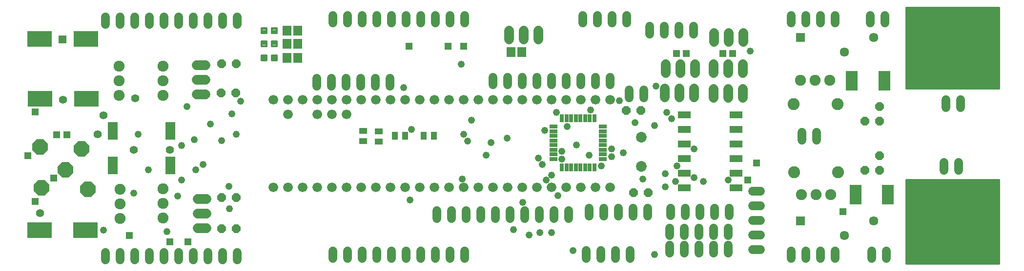
<source format=gts>
G75*
%MOIN*%
%OFA0B0*%
%FSLAX25Y25*%
%IPPOS*%
%LPD*%
%AMOC8*
5,1,8,0,0,1.08239X$1,22.5*
%
%ADD10C,0.01600*%
%ADD11OC8,0.06000*%
%ADD12C,0.06800*%
%ADD13OC8,0.10800*%
%ADD14R,0.08700X0.05100*%
%ADD15C,0.06600*%
%ADD16C,0.07550*%
%ADD17R,0.05800X0.03000*%
%ADD18R,0.03000X0.05800*%
%ADD19C,0.07300*%
%ADD20C,0.06000*%
%ADD21R,0.16548X0.10643*%
%ADD22R,0.06981X0.11902*%
%ADD23R,0.03950X0.05524*%
%ADD24R,0.05524X0.03950*%
%ADD25R,0.06343X0.06343*%
%ADD26C,0.06343*%
%ADD27R,0.07887X0.13398*%
%ADD28C,0.08200*%
%ADD29R,0.05918X0.06706*%
%ADD30C,0.01421*%
%ADD31R,0.02769X0.13792*%
%ADD32R,0.02375X0.02769*%
%ADD33R,0.05918X0.13792*%
%ADD34R,0.04737X0.05131*%
%ADD35R,0.05131X0.04737*%
%ADD36C,0.04762*%
%ADD37R,0.04762X0.04762*%
%ADD38C,0.05550*%
%ADD39R,0.05550X0.05550*%
%ADD40R,0.03900X0.03900*%
%ADD41C,0.03900*%
D10*
X0719526Y0125902D02*
X0782518Y0125902D01*
X0782518Y0182988D01*
X0719526Y0182988D01*
X0719526Y0125902D01*
X0719526Y0127130D02*
X0782518Y0127130D01*
X0782518Y0128729D02*
X0719526Y0128729D01*
X0719526Y0130327D02*
X0782518Y0130327D01*
X0782518Y0131926D02*
X0719526Y0131926D01*
X0719526Y0133524D02*
X0782518Y0133524D01*
X0782518Y0135123D02*
X0719526Y0135123D01*
X0719526Y0136721D02*
X0782518Y0136721D01*
X0782518Y0138320D02*
X0719526Y0138320D01*
X0719526Y0139918D02*
X0782518Y0139918D01*
X0782518Y0141517D02*
X0719526Y0141517D01*
X0719526Y0143115D02*
X0782518Y0143115D01*
X0782518Y0144714D02*
X0719526Y0144714D01*
X0719526Y0146312D02*
X0782518Y0146312D01*
X0782518Y0147911D02*
X0719526Y0147911D01*
X0719526Y0149509D02*
X0782518Y0149509D01*
X0782518Y0151108D02*
X0719526Y0151108D01*
X0719526Y0152706D02*
X0782518Y0152706D01*
X0782518Y0154305D02*
X0719526Y0154305D01*
X0719526Y0155903D02*
X0782518Y0155903D01*
X0782518Y0157502D02*
X0719526Y0157502D01*
X0719526Y0159100D02*
X0782518Y0159100D01*
X0782518Y0160699D02*
X0719526Y0160699D01*
X0719526Y0162297D02*
X0782518Y0162297D01*
X0782518Y0163896D02*
X0719526Y0163896D01*
X0719526Y0165494D02*
X0782518Y0165494D01*
X0782518Y0167093D02*
X0719526Y0167093D01*
X0719526Y0168691D02*
X0782518Y0168691D01*
X0782518Y0170290D02*
X0719526Y0170290D01*
X0719526Y0171888D02*
X0782518Y0171888D01*
X0782518Y0173487D02*
X0719526Y0173487D01*
X0719526Y0175085D02*
X0782518Y0175085D01*
X0782518Y0176684D02*
X0719526Y0176684D01*
X0719526Y0178282D02*
X0782518Y0178282D01*
X0782518Y0179881D02*
X0719526Y0179881D01*
X0719526Y0181479D02*
X0782518Y0181479D01*
X0782518Y0245980D02*
X0719526Y0245980D01*
X0719526Y0301098D01*
X0782518Y0301098D01*
X0782518Y0245980D01*
X0782518Y0247018D02*
X0719526Y0247018D01*
X0719526Y0248617D02*
X0782518Y0248617D01*
X0782518Y0250215D02*
X0719526Y0250215D01*
X0719526Y0251814D02*
X0782518Y0251814D01*
X0782518Y0253412D02*
X0719526Y0253412D01*
X0719526Y0255011D02*
X0782518Y0255011D01*
X0782518Y0256610D02*
X0719526Y0256610D01*
X0719526Y0258208D02*
X0782518Y0258208D01*
X0782518Y0259807D02*
X0719526Y0259807D01*
X0719526Y0261405D02*
X0782518Y0261405D01*
X0782518Y0263004D02*
X0719526Y0263004D01*
X0719526Y0264602D02*
X0782518Y0264602D01*
X0782518Y0266201D02*
X0719526Y0266201D01*
X0719526Y0267799D02*
X0782518Y0267799D01*
X0782518Y0269398D02*
X0719526Y0269398D01*
X0719526Y0270996D02*
X0782518Y0270996D01*
X0782518Y0272595D02*
X0719526Y0272595D01*
X0719526Y0274193D02*
X0782518Y0274193D01*
X0782518Y0275792D02*
X0719526Y0275792D01*
X0719526Y0277390D02*
X0782518Y0277390D01*
X0782518Y0278989D02*
X0719526Y0278989D01*
X0719526Y0280587D02*
X0782518Y0280587D01*
X0782518Y0282186D02*
X0719526Y0282186D01*
X0719526Y0283784D02*
X0782518Y0283784D01*
X0782518Y0285383D02*
X0719526Y0285383D01*
X0719526Y0286981D02*
X0782518Y0286981D01*
X0782518Y0288580D02*
X0719526Y0288580D01*
X0719526Y0290178D02*
X0782518Y0290178D01*
X0782518Y0291777D02*
X0719526Y0291777D01*
X0719526Y0293375D02*
X0782518Y0293375D01*
X0782518Y0294974D02*
X0719526Y0294974D01*
X0719526Y0296572D02*
X0782518Y0296572D01*
X0782518Y0298171D02*
X0719526Y0298171D01*
X0719526Y0299769D02*
X0782518Y0299769D01*
D11*
X0701396Y0233264D03*
X0701396Y0223264D03*
X0691396Y0223264D03*
X0701396Y0199799D03*
X0701396Y0189799D03*
X0691396Y0189799D03*
X0543148Y0174209D03*
X0533148Y0174209D03*
X0538089Y0230665D03*
X0528089Y0230665D03*
X0261573Y0242634D03*
X0251573Y0242634D03*
X0251967Y0262594D03*
X0261967Y0262594D03*
X0261967Y0171020D03*
X0251967Y0171020D03*
X0251967Y0149681D03*
X0261967Y0149681D03*
D12*
X0241581Y0149988D02*
X0235581Y0149988D01*
X0235581Y0159988D02*
X0241581Y0159988D01*
X0241581Y0169988D02*
X0235581Y0169988D01*
X0234793Y0241650D02*
X0240793Y0241650D01*
X0240793Y0251650D02*
X0234793Y0251650D01*
X0234793Y0261650D02*
X0240793Y0261650D01*
X0448112Y0279382D02*
X0448112Y0285382D01*
X0458112Y0285382D02*
X0458112Y0279382D01*
X0468112Y0279382D02*
X0468112Y0285382D01*
X0555297Y0262374D02*
X0555297Y0256374D01*
X0565297Y0256374D02*
X0565297Y0262374D01*
X0575297Y0262374D02*
X0575297Y0256374D01*
X0587974Y0256453D02*
X0587974Y0262453D01*
X0597974Y0262453D02*
X0597974Y0256453D01*
X0607974Y0256453D02*
X0607974Y0262453D01*
X0608100Y0277835D02*
X0608100Y0283835D01*
X0598100Y0283835D02*
X0598100Y0277835D01*
X0588100Y0277835D02*
X0588100Y0283835D01*
X0587974Y0245366D02*
X0587974Y0239366D01*
X0574510Y0239681D02*
X0574510Y0245681D01*
X0564510Y0245681D02*
X0564510Y0239681D01*
X0554510Y0239681D02*
X0554510Y0245681D01*
X0597974Y0245366D02*
X0597974Y0239366D01*
X0607974Y0239366D02*
X0607974Y0245366D01*
D13*
X0160510Y0176807D03*
X0145116Y0189878D03*
X0129014Y0177516D03*
X0128069Y0205665D03*
X0156415Y0204484D03*
D14*
X0567889Y0207634D03*
X0567889Y0217634D03*
X0567889Y0227634D03*
X0603289Y0227634D03*
X0603289Y0217634D03*
X0603289Y0207634D03*
X0603289Y0197634D03*
X0603289Y0187634D03*
X0603289Y0177634D03*
X0567889Y0177634D03*
X0567889Y0187634D03*
X0567889Y0197634D03*
D15*
X0517100Y0177862D03*
X0507100Y0177862D03*
X0497100Y0177862D03*
X0487100Y0177862D03*
X0477100Y0177862D03*
X0467100Y0177862D03*
X0457100Y0177862D03*
X0447100Y0177862D03*
X0437100Y0177862D03*
X0427100Y0177862D03*
X0417100Y0177862D03*
X0407100Y0177862D03*
X0397100Y0177862D03*
X0387100Y0177862D03*
X0377100Y0177862D03*
X0367100Y0177862D03*
X0357100Y0177862D03*
X0347100Y0177862D03*
X0337100Y0177862D03*
X0327100Y0177862D03*
X0317100Y0177862D03*
X0307100Y0177862D03*
X0297100Y0177862D03*
X0287100Y0177862D03*
X0297100Y0227862D03*
X0297100Y0237862D03*
X0287100Y0237862D03*
X0307100Y0237862D03*
X0317100Y0237862D03*
X0327100Y0237862D03*
X0337100Y0237862D03*
X0347100Y0237862D03*
X0357100Y0237862D03*
X0367100Y0237862D03*
X0377100Y0237862D03*
X0387100Y0237862D03*
X0397100Y0237862D03*
X0407100Y0237862D03*
X0417100Y0237862D03*
X0427100Y0237862D03*
X0437100Y0237862D03*
X0447100Y0237862D03*
X0457100Y0237862D03*
X0467100Y0237862D03*
X0477100Y0237862D03*
X0487100Y0237862D03*
X0497100Y0237862D03*
X0507100Y0237862D03*
X0517100Y0237862D03*
X0337100Y0227862D03*
X0327100Y0227862D03*
X0317100Y0227862D03*
D16*
X0211793Y0240941D03*
X0211793Y0250941D03*
X0211793Y0260941D03*
X0181998Y0260862D03*
X0181998Y0250862D03*
X0181998Y0240862D03*
X0182675Y0176650D03*
X0182675Y0166650D03*
X0182675Y0156650D03*
X0212085Y0157043D03*
X0212085Y0167043D03*
X0212085Y0177043D03*
X0647852Y0173146D03*
X0657852Y0173146D03*
X0667852Y0173146D03*
X0667360Y0251394D03*
X0657360Y0251394D03*
X0647360Y0251394D03*
D17*
X0512323Y0219531D03*
X0512323Y0216382D03*
X0512323Y0213232D03*
X0512323Y0210083D03*
X0512323Y0206933D03*
X0512323Y0203783D03*
X0512323Y0200634D03*
X0512323Y0197484D03*
X0478523Y0197484D03*
X0478523Y0200634D03*
X0478523Y0203783D03*
X0478523Y0206933D03*
X0478523Y0210083D03*
X0478523Y0213232D03*
X0478523Y0216382D03*
X0478523Y0219531D03*
D18*
X0484400Y0225408D03*
X0487549Y0225408D03*
X0490699Y0225408D03*
X0493848Y0225408D03*
X0496998Y0225408D03*
X0500148Y0225408D03*
X0503297Y0225408D03*
X0506447Y0225408D03*
X0506447Y0191608D03*
X0503297Y0191608D03*
X0500148Y0191608D03*
X0496998Y0191608D03*
X0493848Y0191608D03*
X0490699Y0191608D03*
X0487549Y0191608D03*
X0484400Y0191608D03*
D19*
X0538435Y0192185D03*
X0538435Y0212185D03*
D20*
X0172557Y0133423D02*
X0172557Y0128223D01*
X0182557Y0128223D02*
X0182557Y0133423D01*
X0192557Y0133423D02*
X0192557Y0128223D01*
X0202557Y0128223D02*
X0202557Y0133423D01*
X0212557Y0133423D02*
X0212557Y0128223D01*
X0222557Y0128223D02*
X0222557Y0133423D01*
X0232557Y0133423D02*
X0232557Y0128223D01*
X0242557Y0128223D02*
X0242557Y0133423D01*
X0252557Y0133423D02*
X0252557Y0128223D01*
X0262557Y0128223D02*
X0262557Y0133423D01*
X0328069Y0134407D02*
X0328069Y0129207D01*
X0338069Y0129207D02*
X0338069Y0134407D01*
X0348069Y0134407D02*
X0348069Y0129207D01*
X0358069Y0129207D02*
X0358069Y0134407D01*
X0368069Y0134407D02*
X0368069Y0129207D01*
X0378069Y0129207D02*
X0378069Y0134407D01*
X0388069Y0134407D02*
X0388069Y0129207D01*
X0398069Y0129207D02*
X0398069Y0134407D01*
X0408069Y0134407D02*
X0408069Y0129207D01*
X0418069Y0129207D02*
X0418069Y0134407D01*
X0418935Y0156766D02*
X0418935Y0161966D01*
X0408935Y0161966D02*
X0408935Y0156766D01*
X0398935Y0156766D02*
X0398935Y0161966D01*
X0428935Y0161966D02*
X0428935Y0156766D01*
X0438935Y0156766D02*
X0438935Y0161966D01*
X0448935Y0161966D02*
X0448935Y0156766D01*
X0458935Y0156766D02*
X0458935Y0161966D01*
X0468935Y0161966D02*
X0468935Y0156766D01*
X0478935Y0156766D02*
X0478935Y0161966D01*
X0488935Y0161966D02*
X0488935Y0156766D01*
X0502872Y0158490D02*
X0502872Y0163690D01*
X0512872Y0163690D02*
X0512872Y0158490D01*
X0522872Y0158490D02*
X0522872Y0163690D01*
X0532872Y0163690D02*
X0532872Y0158490D01*
X0542872Y0158490D02*
X0542872Y0163690D01*
X0558667Y0163738D02*
X0558667Y0158538D01*
X0568667Y0158538D02*
X0568667Y0163738D01*
X0578667Y0163738D02*
X0578667Y0158538D01*
X0588667Y0158538D02*
X0588667Y0163738D01*
X0598667Y0163738D02*
X0598667Y0158538D01*
X0614563Y0155429D02*
X0619763Y0155429D01*
X0597793Y0150155D02*
X0597793Y0144955D01*
X0597793Y0138344D02*
X0597793Y0133144D01*
X0587793Y0133144D02*
X0587793Y0138344D01*
X0577793Y0138344D02*
X0577793Y0133144D01*
X0567793Y0133144D02*
X0567793Y0138344D01*
X0557793Y0138344D02*
X0557793Y0133144D01*
X0557793Y0144955D02*
X0557793Y0150155D01*
X0567793Y0150155D02*
X0567793Y0144955D01*
X0577793Y0144955D02*
X0577793Y0150155D01*
X0587793Y0150155D02*
X0587793Y0144955D01*
X0614563Y0145429D02*
X0619763Y0145429D01*
X0619763Y0135429D02*
X0614563Y0135429D01*
X0640963Y0134407D02*
X0640963Y0129207D01*
X0650963Y0129207D02*
X0650963Y0134407D01*
X0660963Y0134407D02*
X0660963Y0129207D01*
X0670963Y0129207D02*
X0670963Y0134407D01*
X0696081Y0134407D02*
X0696081Y0129207D01*
X0706081Y0129207D02*
X0706081Y0134407D01*
X0619763Y0165429D02*
X0614563Y0165429D01*
X0614563Y0175429D02*
X0619763Y0175429D01*
X0648344Y0210408D02*
X0648344Y0215608D01*
X0658344Y0215608D02*
X0658344Y0210408D01*
X0745293Y0194939D02*
X0745293Y0189739D01*
X0755293Y0189739D02*
X0755293Y0194939D01*
X0756437Y0232683D02*
X0756437Y0237883D01*
X0746437Y0237883D02*
X0746437Y0232683D01*
X0705077Y0290624D02*
X0705077Y0295824D01*
X0695077Y0295824D02*
X0695077Y0290624D01*
X0670963Y0290624D02*
X0670963Y0295824D01*
X0660963Y0295824D02*
X0660963Y0290624D01*
X0650963Y0290624D02*
X0650963Y0295824D01*
X0640963Y0295824D02*
X0640963Y0290624D01*
X0574211Y0288210D02*
X0574211Y0283010D01*
X0564211Y0283010D02*
X0564211Y0288210D01*
X0554211Y0288210D02*
X0554211Y0283010D01*
X0544211Y0283010D02*
X0544211Y0288210D01*
X0528738Y0290624D02*
X0528738Y0295824D01*
X0518738Y0295824D02*
X0518738Y0290624D01*
X0508738Y0290624D02*
X0508738Y0295824D01*
X0498738Y0295824D02*
X0498738Y0290624D01*
X0497203Y0253502D02*
X0497203Y0248302D01*
X0507203Y0248302D02*
X0507203Y0253502D01*
X0517203Y0253502D02*
X0517203Y0248302D01*
X0530234Y0244643D02*
X0530234Y0239443D01*
X0540234Y0239443D02*
X0540234Y0244643D01*
X0487203Y0248302D02*
X0487203Y0253502D01*
X0477203Y0253502D02*
X0477203Y0248302D01*
X0467203Y0248302D02*
X0467203Y0253502D01*
X0457203Y0253502D02*
X0457203Y0248302D01*
X0447203Y0248302D02*
X0447203Y0253502D01*
X0437203Y0253502D02*
X0437203Y0248302D01*
X0367065Y0247317D02*
X0367065Y0252517D01*
X0357065Y0252517D02*
X0357065Y0247317D01*
X0347065Y0247317D02*
X0347065Y0252517D01*
X0337065Y0252517D02*
X0337065Y0247317D01*
X0327065Y0247317D02*
X0327065Y0252517D01*
X0317065Y0252517D02*
X0317065Y0247317D01*
X0328069Y0290624D02*
X0328069Y0295824D01*
X0338069Y0295824D02*
X0338069Y0290624D01*
X0348069Y0290624D02*
X0348069Y0295824D01*
X0358069Y0295824D02*
X0358069Y0290624D01*
X0368069Y0290624D02*
X0368069Y0295824D01*
X0378069Y0295824D02*
X0378069Y0290624D01*
X0388069Y0290624D02*
X0388069Y0295824D01*
X0398069Y0295824D02*
X0398069Y0290624D01*
X0408069Y0290624D02*
X0408069Y0295824D01*
X0418069Y0295824D02*
X0418069Y0290624D01*
X0262557Y0289640D02*
X0262557Y0294840D01*
X0252557Y0294840D02*
X0252557Y0289640D01*
X0242557Y0289640D02*
X0242557Y0294840D01*
X0232557Y0294840D02*
X0232557Y0289640D01*
X0222557Y0289640D02*
X0222557Y0294840D01*
X0212557Y0294840D02*
X0212557Y0289640D01*
X0202557Y0289640D02*
X0202557Y0294840D01*
X0192557Y0294840D02*
X0192557Y0289640D01*
X0182557Y0289640D02*
X0182557Y0294840D01*
X0172557Y0294840D02*
X0172557Y0289640D01*
X0500938Y0134607D02*
X0500938Y0129407D01*
X0510938Y0129407D02*
X0510938Y0134607D01*
X0520938Y0134607D02*
X0520938Y0129407D01*
X0530938Y0129407D02*
X0530938Y0134607D01*
D21*
X0158959Y0148539D03*
X0127463Y0148539D03*
X0128022Y0238547D03*
X0159518Y0238547D03*
X0159156Y0279642D03*
X0127659Y0279642D03*
D22*
X0177746Y0216831D03*
X0216801Y0216831D03*
X0216801Y0192972D03*
X0177746Y0192972D03*
D23*
X0370321Y0213461D03*
X0377407Y0213461D03*
X0389833Y0213461D03*
X0396919Y0213461D03*
D24*
X0359329Y0216413D03*
X0348423Y0216665D03*
X0348423Y0209579D03*
X0359329Y0209327D03*
D25*
X0647380Y0154858D03*
X0647380Y0280843D03*
D26*
X0677380Y0270843D03*
X0697380Y0280843D03*
X0697380Y0154858D03*
X0677380Y0144858D03*
D27*
X0684880Y0173146D03*
X0706927Y0173146D03*
X0704467Y0250902D03*
X0682419Y0250902D03*
D28*
X0672518Y0235154D03*
X0642518Y0235154D03*
X0643010Y0188402D03*
X0673010Y0188402D03*
D29*
X0457026Y0270587D03*
X0449545Y0270587D03*
X0303974Y0266650D03*
X0296494Y0266650D03*
X0296494Y0276492D03*
X0303974Y0276492D03*
X0303974Y0285350D03*
X0296494Y0285350D03*
D30*
X0289597Y0287008D02*
X0289597Y0283692D01*
X0286281Y0283692D01*
X0286281Y0287008D01*
X0289597Y0287008D01*
X0289597Y0285112D02*
X0286281Y0285112D01*
X0286281Y0286532D02*
X0289597Y0286532D01*
X0282691Y0287008D02*
X0282691Y0283692D01*
X0279375Y0283692D01*
X0279375Y0287008D01*
X0282691Y0287008D01*
X0282691Y0285112D02*
X0279375Y0285112D01*
X0279375Y0286532D02*
X0282691Y0286532D01*
X0282691Y0278150D02*
X0282691Y0274834D01*
X0279375Y0274834D01*
X0279375Y0278150D01*
X0282691Y0278150D01*
X0282691Y0276254D02*
X0279375Y0276254D01*
X0279375Y0277674D02*
X0282691Y0277674D01*
X0289597Y0278150D02*
X0289597Y0274834D01*
X0286281Y0274834D01*
X0286281Y0278150D01*
X0289597Y0278150D01*
X0289597Y0276254D02*
X0286281Y0276254D01*
X0286281Y0277674D02*
X0289597Y0277674D01*
X0289597Y0268308D02*
X0289597Y0264992D01*
X0286281Y0264992D01*
X0286281Y0268308D01*
X0289597Y0268308D01*
X0289597Y0266412D02*
X0286281Y0266412D01*
X0286281Y0267832D02*
X0289597Y0267832D01*
X0282691Y0268308D02*
X0282691Y0264992D01*
X0279375Y0264992D01*
X0279375Y0268308D01*
X0282691Y0268308D01*
X0282691Y0266412D02*
X0279375Y0266412D01*
X0279375Y0267832D02*
X0282691Y0267832D01*
D31*
X0745788Y0273472D03*
X0757599Y0273472D03*
X0756435Y0154445D03*
X0744624Y0154445D03*
D32*
X0743246Y0154445D03*
X0757813Y0154445D03*
X0758977Y0273472D03*
X0744410Y0273472D03*
D33*
X0751693Y0273472D03*
X0750530Y0154445D03*
D34*
X0600825Y0269602D03*
X0594132Y0269602D03*
X0569329Y0269602D03*
X0562636Y0269602D03*
D35*
X0146100Y0213992D03*
X0139407Y0213992D03*
D36*
X0194919Y0214484D03*
X0224447Y0206610D03*
X0233305Y0210547D03*
X0244132Y0221374D03*
X0258896Y0228264D03*
X0264801Y0237122D03*
X0228384Y0233185D03*
X0261848Y0214484D03*
X0252006Y0210055D03*
X0239211Y0193815D03*
X0234289Y0189878D03*
X0224447Y0182988D03*
X0201809Y0189878D03*
X0191967Y0174130D03*
X0221986Y0172161D03*
X0256927Y0178559D03*
X0257419Y0163303D03*
X0214604Y0147555D03*
X0171297Y0148539D03*
X0380632Y0169512D03*
X0416380Y0183811D03*
X0432467Y0199898D03*
X0436041Y0208835D03*
X0446766Y0211516D03*
X0419955Y0209728D03*
X0417274Y0214197D03*
X0422636Y0224028D03*
X0381526Y0217772D03*
X0376163Y0246370D03*
X0415486Y0262457D03*
X0480726Y0229390D03*
X0487876Y0219559D03*
X0472683Y0216878D03*
X0494132Y0207047D03*
X0484301Y0202579D03*
X0484301Y0197217D03*
X0470896Y0193642D03*
X0468215Y0198110D03*
X0477152Y0186492D03*
X0473577Y0182917D03*
X0481620Y0172193D03*
X0457490Y0167724D03*
X0451234Y0148957D03*
X0461959Y0145382D03*
X0469108Y0147169D03*
X0477152Y0147169D03*
X0491844Y0134764D03*
X0547478Y0132008D03*
X0554904Y0178449D03*
X0562053Y0182024D03*
X0554904Y0187386D03*
X0562947Y0192748D03*
X0574565Y0184705D03*
X0580821Y0182024D03*
X0597801Y0182917D03*
X0574565Y0204366D03*
X0547754Y0220453D03*
X0534348Y0222240D03*
X0555797Y0229390D03*
X0559372Y0224921D03*
X0523624Y0237433D03*
X0503963Y0231177D03*
X0548648Y0247264D03*
X0612994Y0271394D03*
X0518262Y0204366D03*
X0518262Y0199004D03*
X0503069Y0199898D03*
X0511112Y0192748D03*
X0526305Y0201685D03*
X0539711Y0183811D03*
D37*
X0611258Y0182988D03*
X0617163Y0194799D03*
X0676219Y0161335D03*
X0417360Y0274524D03*
X0406533Y0274524D03*
X0379959Y0274524D03*
X0137341Y0184465D03*
X0119624Y0199720D03*
X0124545Y0229740D03*
X0124545Y0168224D03*
X0189014Y0145094D03*
X0216573Y0140665D03*
X0228876Y0140665D03*
D38*
X0127990Y0160350D03*
X0191967Y0203657D03*
X0216573Y0203657D03*
X0167360Y0214484D03*
X0171297Y0227280D03*
X0192951Y0239091D03*
X0143738Y0238106D03*
D39*
X0143246Y0279445D03*
D40*
X0750394Y0279889D03*
X0750394Y0282389D03*
X0752894Y0282389D03*
X0752894Y0279889D03*
X0752894Y0277389D03*
X0750394Y0277389D03*
X0750394Y0274889D03*
X0750394Y0272389D03*
X0750394Y0269889D03*
X0750394Y0267389D03*
X0750394Y0264889D03*
X0752894Y0264889D03*
X0752894Y0267389D03*
X0752894Y0269889D03*
X0752894Y0272389D03*
X0752894Y0274889D03*
X0751789Y0163165D03*
X0751730Y0160665D03*
X0751730Y0158165D03*
X0751730Y0155665D03*
X0751730Y0153165D03*
X0751730Y0150665D03*
X0751730Y0148165D03*
X0751730Y0145665D03*
X0749230Y0145665D03*
X0749230Y0148165D03*
X0749230Y0150665D03*
X0749230Y0153165D03*
X0749230Y0155665D03*
X0749230Y0158165D03*
X0749230Y0160665D03*
X0749230Y0163165D03*
D41*
X0746730Y0163165D03*
X0754230Y0163165D03*
X0754230Y0145665D03*
X0746730Y0145665D03*
X0747894Y0264889D03*
X0755394Y0264889D03*
X0755394Y0282389D03*
X0747894Y0282389D03*
M02*

</source>
